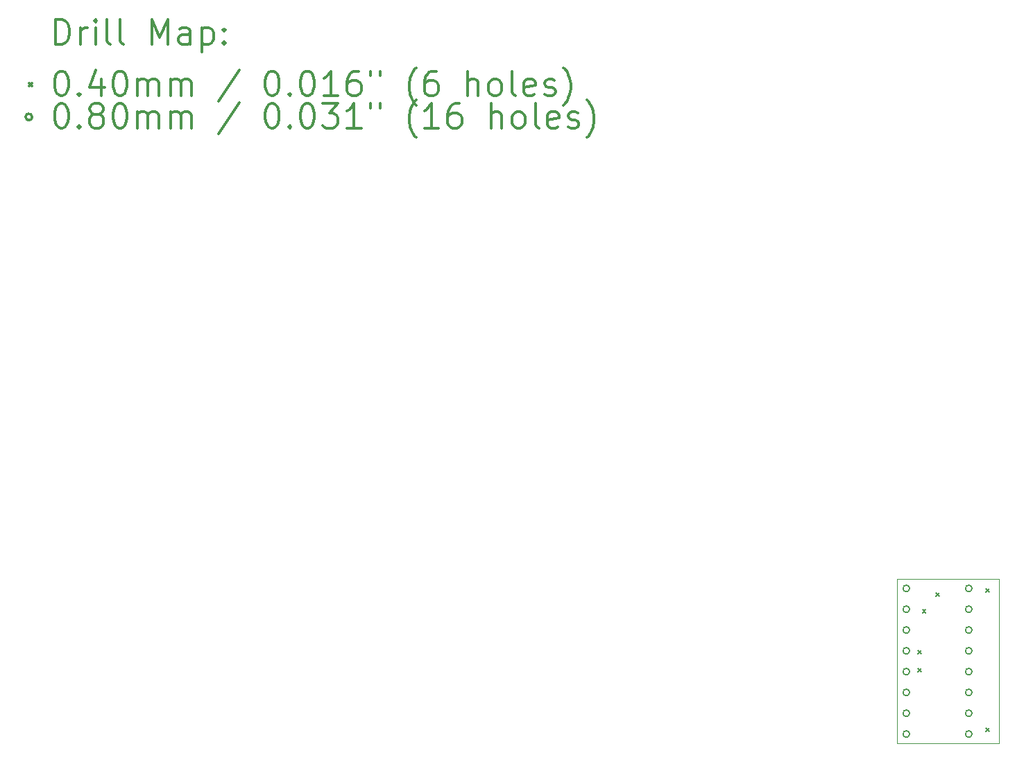
<source format=gbr>
%FSLAX45Y45*%
G04 Gerber Fmt 4.5, Leading zero omitted, Abs format (unit mm)*
G04 Created by KiCad (PCBNEW (5.1.5)-3) date 2020-06-23 05:06:29*
%MOMM*%
%LPD*%
G04 APERTURE LIST*
%TA.AperFunction,Profile*%
%ADD10C,0.120000*%
%TD*%
%ADD11C,0.200000*%
%ADD12C,0.300000*%
G04 APERTURE END LIST*
D10*
X11798300Y-9004300D02*
X11798300Y-6997700D01*
X10553700Y-9004300D02*
X11798300Y-9004300D01*
X10553700Y-6997700D02*
X10553700Y-9004300D01*
X11798300Y-6997700D02*
X10553700Y-6997700D01*
D11*
X10810560Y-7871780D02*
X10850560Y-7911780D01*
X10850560Y-7871780D02*
X10810560Y-7911780D01*
X10810560Y-8090220D02*
X10850560Y-8130220D01*
X10850560Y-8090220D02*
X10810560Y-8130220D01*
X10863900Y-7371400D02*
X10903900Y-7411400D01*
X10903900Y-7371400D02*
X10863900Y-7411400D01*
X11029000Y-7168200D02*
X11069000Y-7208200D01*
X11069000Y-7168200D02*
X11029000Y-7208200D01*
X11638600Y-7117400D02*
X11678600Y-7157400D01*
X11678600Y-7117400D02*
X11638600Y-7157400D01*
X11638600Y-8819200D02*
X11678600Y-8859200D01*
X11678600Y-8819200D02*
X11638600Y-8859200D01*
X10708000Y-7112000D02*
G75*
G03X10708000Y-7112000I-40000J0D01*
G01*
X10708000Y-7366000D02*
G75*
G03X10708000Y-7366000I-40000J0D01*
G01*
X10708000Y-7620000D02*
G75*
G03X10708000Y-7620000I-40000J0D01*
G01*
X10708000Y-7874000D02*
G75*
G03X10708000Y-7874000I-40000J0D01*
G01*
X10708000Y-8128000D02*
G75*
G03X10708000Y-8128000I-40000J0D01*
G01*
X10708000Y-8382000D02*
G75*
G03X10708000Y-8382000I-40000J0D01*
G01*
X10708000Y-8636000D02*
G75*
G03X10708000Y-8636000I-40000J0D01*
G01*
X10708000Y-8890000D02*
G75*
G03X10708000Y-8890000I-40000J0D01*
G01*
X11470000Y-7112000D02*
G75*
G03X11470000Y-7112000I-40000J0D01*
G01*
X11470000Y-7366000D02*
G75*
G03X11470000Y-7366000I-40000J0D01*
G01*
X11470000Y-7620000D02*
G75*
G03X11470000Y-7620000I-40000J0D01*
G01*
X11470000Y-7874000D02*
G75*
G03X11470000Y-7874000I-40000J0D01*
G01*
X11470000Y-8128000D02*
G75*
G03X11470000Y-8128000I-40000J0D01*
G01*
X11470000Y-8382000D02*
G75*
G03X11470000Y-8382000I-40000J0D01*
G01*
X11470000Y-8636000D02*
G75*
G03X11470000Y-8636000I-40000J0D01*
G01*
X11470000Y-8890000D02*
G75*
G03X11470000Y-8890000I-40000J0D01*
G01*
D12*
X286429Y-465714D02*
X286429Y-165714D01*
X357857Y-165714D01*
X400714Y-180000D01*
X429286Y-208571D01*
X443571Y-237143D01*
X457857Y-294286D01*
X457857Y-337143D01*
X443571Y-394286D01*
X429286Y-422857D01*
X400714Y-451428D01*
X357857Y-465714D01*
X286429Y-465714D01*
X586429Y-465714D02*
X586429Y-265714D01*
X586429Y-322857D02*
X600714Y-294286D01*
X615000Y-280000D01*
X643571Y-265714D01*
X672143Y-265714D01*
X772143Y-465714D02*
X772143Y-265714D01*
X772143Y-165714D02*
X757857Y-180000D01*
X772143Y-194286D01*
X786428Y-180000D01*
X772143Y-165714D01*
X772143Y-194286D01*
X957857Y-465714D02*
X929286Y-451428D01*
X915000Y-422857D01*
X915000Y-165714D01*
X1115000Y-465714D02*
X1086429Y-451428D01*
X1072143Y-422857D01*
X1072143Y-165714D01*
X1457857Y-465714D02*
X1457857Y-165714D01*
X1557857Y-380000D01*
X1657857Y-165714D01*
X1657857Y-465714D01*
X1929286Y-465714D02*
X1929286Y-308571D01*
X1915000Y-280000D01*
X1886428Y-265714D01*
X1829286Y-265714D01*
X1800714Y-280000D01*
X1929286Y-451428D02*
X1900714Y-465714D01*
X1829286Y-465714D01*
X1800714Y-451428D01*
X1786428Y-422857D01*
X1786428Y-394286D01*
X1800714Y-365714D01*
X1829286Y-351428D01*
X1900714Y-351428D01*
X1929286Y-337143D01*
X2072143Y-265714D02*
X2072143Y-565714D01*
X2072143Y-280000D02*
X2100714Y-265714D01*
X2157857Y-265714D01*
X2186429Y-280000D01*
X2200714Y-294286D01*
X2215000Y-322857D01*
X2215000Y-408571D01*
X2200714Y-437143D01*
X2186429Y-451428D01*
X2157857Y-465714D01*
X2100714Y-465714D01*
X2072143Y-451428D01*
X2343571Y-437143D02*
X2357857Y-451428D01*
X2343571Y-465714D01*
X2329286Y-451428D01*
X2343571Y-437143D01*
X2343571Y-465714D01*
X2343571Y-280000D02*
X2357857Y-294286D01*
X2343571Y-308571D01*
X2329286Y-294286D01*
X2343571Y-280000D01*
X2343571Y-308571D01*
X-40000Y-940000D02*
X0Y-980000D01*
X0Y-940000D02*
X-40000Y-980000D01*
X343571Y-795714D02*
X372143Y-795714D01*
X400714Y-810000D01*
X415000Y-824286D01*
X429286Y-852857D01*
X443571Y-910000D01*
X443571Y-981428D01*
X429286Y-1038571D01*
X415000Y-1067143D01*
X400714Y-1081429D01*
X372143Y-1095714D01*
X343571Y-1095714D01*
X315000Y-1081429D01*
X300714Y-1067143D01*
X286429Y-1038571D01*
X272143Y-981428D01*
X272143Y-910000D01*
X286429Y-852857D01*
X300714Y-824286D01*
X315000Y-810000D01*
X343571Y-795714D01*
X572143Y-1067143D02*
X586429Y-1081429D01*
X572143Y-1095714D01*
X557857Y-1081429D01*
X572143Y-1067143D01*
X572143Y-1095714D01*
X843571Y-895714D02*
X843571Y-1095714D01*
X772143Y-781428D02*
X700714Y-995714D01*
X886428Y-995714D01*
X1057857Y-795714D02*
X1086429Y-795714D01*
X1115000Y-810000D01*
X1129286Y-824286D01*
X1143571Y-852857D01*
X1157857Y-910000D01*
X1157857Y-981428D01*
X1143571Y-1038571D01*
X1129286Y-1067143D01*
X1115000Y-1081429D01*
X1086429Y-1095714D01*
X1057857Y-1095714D01*
X1029286Y-1081429D01*
X1015000Y-1067143D01*
X1000714Y-1038571D01*
X986428Y-981428D01*
X986428Y-910000D01*
X1000714Y-852857D01*
X1015000Y-824286D01*
X1029286Y-810000D01*
X1057857Y-795714D01*
X1286429Y-1095714D02*
X1286429Y-895714D01*
X1286429Y-924286D02*
X1300714Y-910000D01*
X1329286Y-895714D01*
X1372143Y-895714D01*
X1400714Y-910000D01*
X1415000Y-938571D01*
X1415000Y-1095714D01*
X1415000Y-938571D02*
X1429286Y-910000D01*
X1457857Y-895714D01*
X1500714Y-895714D01*
X1529286Y-910000D01*
X1543571Y-938571D01*
X1543571Y-1095714D01*
X1686428Y-1095714D02*
X1686428Y-895714D01*
X1686428Y-924286D02*
X1700714Y-910000D01*
X1729286Y-895714D01*
X1772143Y-895714D01*
X1800714Y-910000D01*
X1815000Y-938571D01*
X1815000Y-1095714D01*
X1815000Y-938571D02*
X1829286Y-910000D01*
X1857857Y-895714D01*
X1900714Y-895714D01*
X1929286Y-910000D01*
X1943571Y-938571D01*
X1943571Y-1095714D01*
X2529286Y-781428D02*
X2272143Y-1167143D01*
X2915000Y-795714D02*
X2943571Y-795714D01*
X2972143Y-810000D01*
X2986428Y-824286D01*
X3000714Y-852857D01*
X3015000Y-910000D01*
X3015000Y-981428D01*
X3000714Y-1038571D01*
X2986428Y-1067143D01*
X2972143Y-1081429D01*
X2943571Y-1095714D01*
X2915000Y-1095714D01*
X2886428Y-1081429D01*
X2872143Y-1067143D01*
X2857857Y-1038571D01*
X2843571Y-981428D01*
X2843571Y-910000D01*
X2857857Y-852857D01*
X2872143Y-824286D01*
X2886428Y-810000D01*
X2915000Y-795714D01*
X3143571Y-1067143D02*
X3157857Y-1081429D01*
X3143571Y-1095714D01*
X3129286Y-1081429D01*
X3143571Y-1067143D01*
X3143571Y-1095714D01*
X3343571Y-795714D02*
X3372143Y-795714D01*
X3400714Y-810000D01*
X3415000Y-824286D01*
X3429286Y-852857D01*
X3443571Y-910000D01*
X3443571Y-981428D01*
X3429286Y-1038571D01*
X3415000Y-1067143D01*
X3400714Y-1081429D01*
X3372143Y-1095714D01*
X3343571Y-1095714D01*
X3315000Y-1081429D01*
X3300714Y-1067143D01*
X3286428Y-1038571D01*
X3272143Y-981428D01*
X3272143Y-910000D01*
X3286428Y-852857D01*
X3300714Y-824286D01*
X3315000Y-810000D01*
X3343571Y-795714D01*
X3729286Y-1095714D02*
X3557857Y-1095714D01*
X3643571Y-1095714D02*
X3643571Y-795714D01*
X3615000Y-838571D01*
X3586428Y-867143D01*
X3557857Y-881428D01*
X3986428Y-795714D02*
X3929286Y-795714D01*
X3900714Y-810000D01*
X3886428Y-824286D01*
X3857857Y-867143D01*
X3843571Y-924286D01*
X3843571Y-1038571D01*
X3857857Y-1067143D01*
X3872143Y-1081429D01*
X3900714Y-1095714D01*
X3957857Y-1095714D01*
X3986428Y-1081429D01*
X4000714Y-1067143D01*
X4015000Y-1038571D01*
X4015000Y-967143D01*
X4000714Y-938571D01*
X3986428Y-924286D01*
X3957857Y-910000D01*
X3900714Y-910000D01*
X3872143Y-924286D01*
X3857857Y-938571D01*
X3843571Y-967143D01*
X4129286Y-795714D02*
X4129286Y-852857D01*
X4243571Y-795714D02*
X4243571Y-852857D01*
X4686429Y-1210000D02*
X4672143Y-1195714D01*
X4643571Y-1152857D01*
X4629286Y-1124286D01*
X4615000Y-1081429D01*
X4600714Y-1010000D01*
X4600714Y-952857D01*
X4615000Y-881428D01*
X4629286Y-838571D01*
X4643571Y-810000D01*
X4672143Y-767143D01*
X4686429Y-752857D01*
X4929286Y-795714D02*
X4872143Y-795714D01*
X4843571Y-810000D01*
X4829286Y-824286D01*
X4800714Y-867143D01*
X4786429Y-924286D01*
X4786429Y-1038571D01*
X4800714Y-1067143D01*
X4815000Y-1081429D01*
X4843571Y-1095714D01*
X4900714Y-1095714D01*
X4929286Y-1081429D01*
X4943571Y-1067143D01*
X4957857Y-1038571D01*
X4957857Y-967143D01*
X4943571Y-938571D01*
X4929286Y-924286D01*
X4900714Y-910000D01*
X4843571Y-910000D01*
X4815000Y-924286D01*
X4800714Y-938571D01*
X4786429Y-967143D01*
X5315000Y-1095714D02*
X5315000Y-795714D01*
X5443571Y-1095714D02*
X5443571Y-938571D01*
X5429286Y-910000D01*
X5400714Y-895714D01*
X5357857Y-895714D01*
X5329286Y-910000D01*
X5315000Y-924286D01*
X5629286Y-1095714D02*
X5600714Y-1081429D01*
X5586429Y-1067143D01*
X5572143Y-1038571D01*
X5572143Y-952857D01*
X5586429Y-924286D01*
X5600714Y-910000D01*
X5629286Y-895714D01*
X5672143Y-895714D01*
X5700714Y-910000D01*
X5715000Y-924286D01*
X5729286Y-952857D01*
X5729286Y-1038571D01*
X5715000Y-1067143D01*
X5700714Y-1081429D01*
X5672143Y-1095714D01*
X5629286Y-1095714D01*
X5900714Y-1095714D02*
X5872143Y-1081429D01*
X5857857Y-1052857D01*
X5857857Y-795714D01*
X6129286Y-1081429D02*
X6100714Y-1095714D01*
X6043571Y-1095714D01*
X6015000Y-1081429D01*
X6000714Y-1052857D01*
X6000714Y-938571D01*
X6015000Y-910000D01*
X6043571Y-895714D01*
X6100714Y-895714D01*
X6129286Y-910000D01*
X6143571Y-938571D01*
X6143571Y-967143D01*
X6000714Y-995714D01*
X6257857Y-1081429D02*
X6286428Y-1095714D01*
X6343571Y-1095714D01*
X6372143Y-1081429D01*
X6386428Y-1052857D01*
X6386428Y-1038571D01*
X6372143Y-1010000D01*
X6343571Y-995714D01*
X6300714Y-995714D01*
X6272143Y-981428D01*
X6257857Y-952857D01*
X6257857Y-938571D01*
X6272143Y-910000D01*
X6300714Y-895714D01*
X6343571Y-895714D01*
X6372143Y-910000D01*
X6486428Y-1210000D02*
X6500714Y-1195714D01*
X6529286Y-1152857D01*
X6543571Y-1124286D01*
X6557857Y-1081429D01*
X6572143Y-1010000D01*
X6572143Y-952857D01*
X6557857Y-881428D01*
X6543571Y-838571D01*
X6529286Y-810000D01*
X6500714Y-767143D01*
X6486428Y-752857D01*
X0Y-1356000D02*
G75*
G03X0Y-1356000I-40000J0D01*
G01*
X343571Y-1191714D02*
X372143Y-1191714D01*
X400714Y-1206000D01*
X415000Y-1220286D01*
X429286Y-1248857D01*
X443571Y-1306000D01*
X443571Y-1377429D01*
X429286Y-1434571D01*
X415000Y-1463143D01*
X400714Y-1477428D01*
X372143Y-1491714D01*
X343571Y-1491714D01*
X315000Y-1477428D01*
X300714Y-1463143D01*
X286429Y-1434571D01*
X272143Y-1377429D01*
X272143Y-1306000D01*
X286429Y-1248857D01*
X300714Y-1220286D01*
X315000Y-1206000D01*
X343571Y-1191714D01*
X572143Y-1463143D02*
X586429Y-1477428D01*
X572143Y-1491714D01*
X557857Y-1477428D01*
X572143Y-1463143D01*
X572143Y-1491714D01*
X757857Y-1320286D02*
X729286Y-1306000D01*
X715000Y-1291714D01*
X700714Y-1263143D01*
X700714Y-1248857D01*
X715000Y-1220286D01*
X729286Y-1206000D01*
X757857Y-1191714D01*
X815000Y-1191714D01*
X843571Y-1206000D01*
X857857Y-1220286D01*
X872143Y-1248857D01*
X872143Y-1263143D01*
X857857Y-1291714D01*
X843571Y-1306000D01*
X815000Y-1320286D01*
X757857Y-1320286D01*
X729286Y-1334571D01*
X715000Y-1348857D01*
X700714Y-1377429D01*
X700714Y-1434571D01*
X715000Y-1463143D01*
X729286Y-1477428D01*
X757857Y-1491714D01*
X815000Y-1491714D01*
X843571Y-1477428D01*
X857857Y-1463143D01*
X872143Y-1434571D01*
X872143Y-1377429D01*
X857857Y-1348857D01*
X843571Y-1334571D01*
X815000Y-1320286D01*
X1057857Y-1191714D02*
X1086429Y-1191714D01*
X1115000Y-1206000D01*
X1129286Y-1220286D01*
X1143571Y-1248857D01*
X1157857Y-1306000D01*
X1157857Y-1377429D01*
X1143571Y-1434571D01*
X1129286Y-1463143D01*
X1115000Y-1477428D01*
X1086429Y-1491714D01*
X1057857Y-1491714D01*
X1029286Y-1477428D01*
X1015000Y-1463143D01*
X1000714Y-1434571D01*
X986428Y-1377429D01*
X986428Y-1306000D01*
X1000714Y-1248857D01*
X1015000Y-1220286D01*
X1029286Y-1206000D01*
X1057857Y-1191714D01*
X1286429Y-1491714D02*
X1286429Y-1291714D01*
X1286429Y-1320286D02*
X1300714Y-1306000D01*
X1329286Y-1291714D01*
X1372143Y-1291714D01*
X1400714Y-1306000D01*
X1415000Y-1334571D01*
X1415000Y-1491714D01*
X1415000Y-1334571D02*
X1429286Y-1306000D01*
X1457857Y-1291714D01*
X1500714Y-1291714D01*
X1529286Y-1306000D01*
X1543571Y-1334571D01*
X1543571Y-1491714D01*
X1686428Y-1491714D02*
X1686428Y-1291714D01*
X1686428Y-1320286D02*
X1700714Y-1306000D01*
X1729286Y-1291714D01*
X1772143Y-1291714D01*
X1800714Y-1306000D01*
X1815000Y-1334571D01*
X1815000Y-1491714D01*
X1815000Y-1334571D02*
X1829286Y-1306000D01*
X1857857Y-1291714D01*
X1900714Y-1291714D01*
X1929286Y-1306000D01*
X1943571Y-1334571D01*
X1943571Y-1491714D01*
X2529286Y-1177429D02*
X2272143Y-1563143D01*
X2915000Y-1191714D02*
X2943571Y-1191714D01*
X2972143Y-1206000D01*
X2986428Y-1220286D01*
X3000714Y-1248857D01*
X3015000Y-1306000D01*
X3015000Y-1377429D01*
X3000714Y-1434571D01*
X2986428Y-1463143D01*
X2972143Y-1477428D01*
X2943571Y-1491714D01*
X2915000Y-1491714D01*
X2886428Y-1477428D01*
X2872143Y-1463143D01*
X2857857Y-1434571D01*
X2843571Y-1377429D01*
X2843571Y-1306000D01*
X2857857Y-1248857D01*
X2872143Y-1220286D01*
X2886428Y-1206000D01*
X2915000Y-1191714D01*
X3143571Y-1463143D02*
X3157857Y-1477428D01*
X3143571Y-1491714D01*
X3129286Y-1477428D01*
X3143571Y-1463143D01*
X3143571Y-1491714D01*
X3343571Y-1191714D02*
X3372143Y-1191714D01*
X3400714Y-1206000D01*
X3415000Y-1220286D01*
X3429286Y-1248857D01*
X3443571Y-1306000D01*
X3443571Y-1377429D01*
X3429286Y-1434571D01*
X3415000Y-1463143D01*
X3400714Y-1477428D01*
X3372143Y-1491714D01*
X3343571Y-1491714D01*
X3315000Y-1477428D01*
X3300714Y-1463143D01*
X3286428Y-1434571D01*
X3272143Y-1377429D01*
X3272143Y-1306000D01*
X3286428Y-1248857D01*
X3300714Y-1220286D01*
X3315000Y-1206000D01*
X3343571Y-1191714D01*
X3543571Y-1191714D02*
X3729286Y-1191714D01*
X3629286Y-1306000D01*
X3672143Y-1306000D01*
X3700714Y-1320286D01*
X3715000Y-1334571D01*
X3729286Y-1363143D01*
X3729286Y-1434571D01*
X3715000Y-1463143D01*
X3700714Y-1477428D01*
X3672143Y-1491714D01*
X3586428Y-1491714D01*
X3557857Y-1477428D01*
X3543571Y-1463143D01*
X4015000Y-1491714D02*
X3843571Y-1491714D01*
X3929286Y-1491714D02*
X3929286Y-1191714D01*
X3900714Y-1234571D01*
X3872143Y-1263143D01*
X3843571Y-1277429D01*
X4129286Y-1191714D02*
X4129286Y-1248857D01*
X4243571Y-1191714D02*
X4243571Y-1248857D01*
X4686429Y-1606000D02*
X4672143Y-1591714D01*
X4643571Y-1548857D01*
X4629286Y-1520286D01*
X4615000Y-1477428D01*
X4600714Y-1406000D01*
X4600714Y-1348857D01*
X4615000Y-1277429D01*
X4629286Y-1234571D01*
X4643571Y-1206000D01*
X4672143Y-1163143D01*
X4686429Y-1148857D01*
X4957857Y-1491714D02*
X4786429Y-1491714D01*
X4872143Y-1491714D02*
X4872143Y-1191714D01*
X4843571Y-1234571D01*
X4815000Y-1263143D01*
X4786429Y-1277429D01*
X5215000Y-1191714D02*
X5157857Y-1191714D01*
X5129286Y-1206000D01*
X5115000Y-1220286D01*
X5086429Y-1263143D01*
X5072143Y-1320286D01*
X5072143Y-1434571D01*
X5086429Y-1463143D01*
X5100714Y-1477428D01*
X5129286Y-1491714D01*
X5186429Y-1491714D01*
X5215000Y-1477428D01*
X5229286Y-1463143D01*
X5243571Y-1434571D01*
X5243571Y-1363143D01*
X5229286Y-1334571D01*
X5215000Y-1320286D01*
X5186429Y-1306000D01*
X5129286Y-1306000D01*
X5100714Y-1320286D01*
X5086429Y-1334571D01*
X5072143Y-1363143D01*
X5600714Y-1491714D02*
X5600714Y-1191714D01*
X5729286Y-1491714D02*
X5729286Y-1334571D01*
X5715000Y-1306000D01*
X5686428Y-1291714D01*
X5643571Y-1291714D01*
X5615000Y-1306000D01*
X5600714Y-1320286D01*
X5915000Y-1491714D02*
X5886428Y-1477428D01*
X5872143Y-1463143D01*
X5857857Y-1434571D01*
X5857857Y-1348857D01*
X5872143Y-1320286D01*
X5886428Y-1306000D01*
X5915000Y-1291714D01*
X5957857Y-1291714D01*
X5986428Y-1306000D01*
X6000714Y-1320286D01*
X6015000Y-1348857D01*
X6015000Y-1434571D01*
X6000714Y-1463143D01*
X5986428Y-1477428D01*
X5957857Y-1491714D01*
X5915000Y-1491714D01*
X6186428Y-1491714D02*
X6157857Y-1477428D01*
X6143571Y-1448857D01*
X6143571Y-1191714D01*
X6415000Y-1477428D02*
X6386428Y-1491714D01*
X6329286Y-1491714D01*
X6300714Y-1477428D01*
X6286428Y-1448857D01*
X6286428Y-1334571D01*
X6300714Y-1306000D01*
X6329286Y-1291714D01*
X6386428Y-1291714D01*
X6415000Y-1306000D01*
X6429286Y-1334571D01*
X6429286Y-1363143D01*
X6286428Y-1391714D01*
X6543571Y-1477428D02*
X6572143Y-1491714D01*
X6629286Y-1491714D01*
X6657857Y-1477428D01*
X6672143Y-1448857D01*
X6672143Y-1434571D01*
X6657857Y-1406000D01*
X6629286Y-1391714D01*
X6586428Y-1391714D01*
X6557857Y-1377429D01*
X6543571Y-1348857D01*
X6543571Y-1334571D01*
X6557857Y-1306000D01*
X6586428Y-1291714D01*
X6629286Y-1291714D01*
X6657857Y-1306000D01*
X6772143Y-1606000D02*
X6786428Y-1591714D01*
X6815000Y-1548857D01*
X6829286Y-1520286D01*
X6843571Y-1477428D01*
X6857857Y-1406000D01*
X6857857Y-1348857D01*
X6843571Y-1277429D01*
X6829286Y-1234571D01*
X6815000Y-1206000D01*
X6786428Y-1163143D01*
X6772143Y-1148857D01*
M02*

</source>
